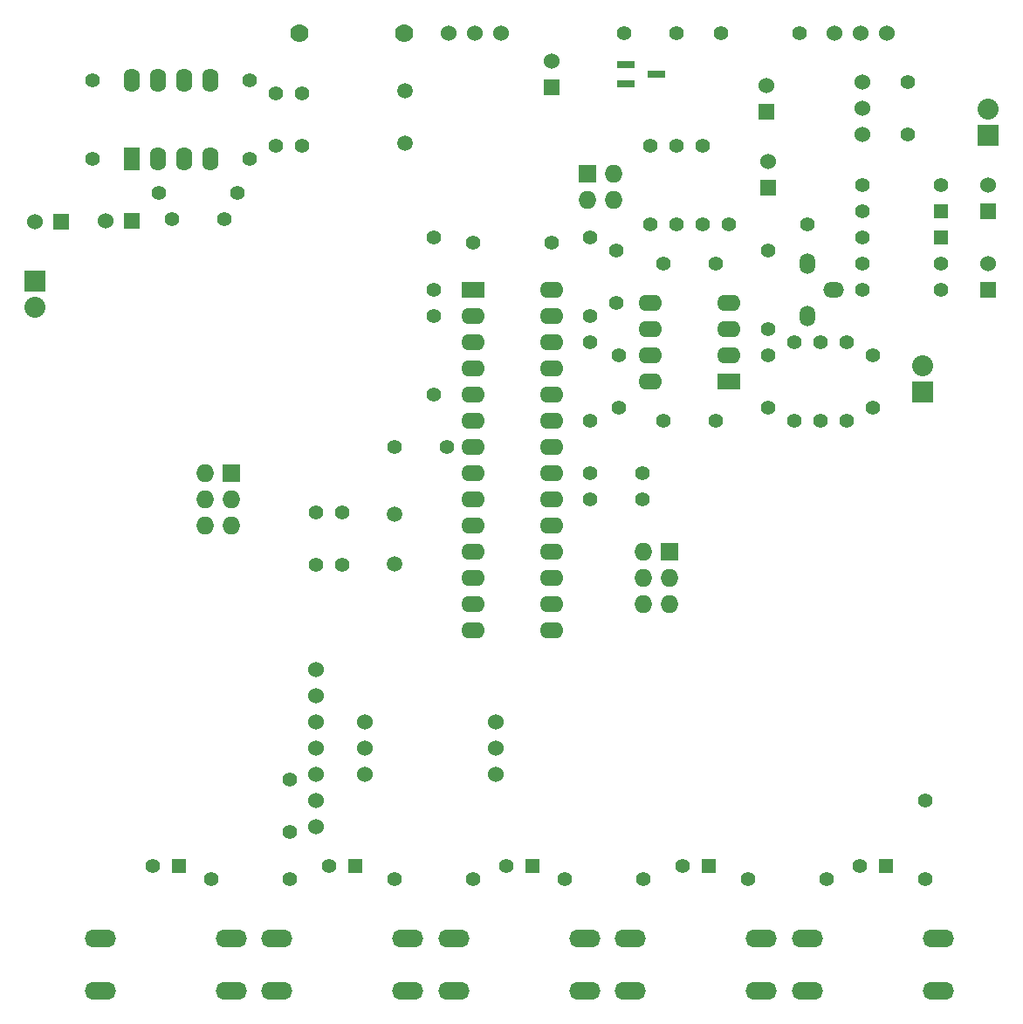
<source format=gts>
%FSLAX34Y34*%
G04 Gerber Fmt 3.4, Leading zero omitted, Abs format*
G04 (created by PCBNEW (2014-03-19 BZR 4756)-product) date Sat 27 Dec 2014 10:23:05 GMT*
%MOIN*%
G01*
G70*
G90*
G04 APERTURE LIST*
%ADD10C,0.005906*%
%ADD11R,0.070900X0.031500*%
%ADD12C,0.060000*%
%ADD13O,0.078700X0.059100*%
%ADD14O,0.059100X0.078700*%
%ADD15R,0.060000X0.060000*%
%ADD16R,0.055000X0.055000*%
%ADD17C,0.055000*%
%ADD18O,0.090000X0.062000*%
%ADD19R,0.090000X0.062000*%
%ADD20C,0.070000*%
%ADD21R,0.062000X0.090000*%
%ADD22O,0.062000X0.090000*%
%ADD23C,0.059100*%
%ADD24R,0.080000X0.080000*%
%ADD25O,0.080000X0.080000*%
%ADD26R,0.068000X0.068000*%
%ADD27O,0.068000X0.068000*%
%ADD28O,0.120000X0.068000*%
G04 APERTURE END LIST*
G54D10*
G54D11*
X63309Y-19875D03*
X63309Y-20624D03*
X64491Y-20250D03*
G54D12*
X51500Y-49000D03*
X51500Y-48000D03*
X51500Y-47000D03*
X51500Y-46000D03*
X51500Y-45000D03*
X51500Y-44000D03*
X51500Y-43000D03*
X72350Y-21550D03*
X72350Y-20550D03*
X72350Y-22550D03*
X72300Y-18700D03*
X73300Y-18700D03*
X71300Y-18700D03*
X57550Y-18700D03*
X56550Y-18700D03*
X58550Y-18700D03*
G54D13*
X71250Y-28500D03*
G54D14*
X70250Y-27500D03*
X70250Y-29500D03*
G54D15*
X68750Y-24600D03*
G54D12*
X68750Y-23600D03*
G54D15*
X77150Y-25500D03*
G54D12*
X77150Y-24500D03*
G54D15*
X44450Y-25850D03*
G54D12*
X43450Y-25850D03*
G54D15*
X77150Y-28500D03*
G54D12*
X77150Y-27500D03*
G54D15*
X41750Y-25900D03*
G54D12*
X40750Y-25900D03*
G54D15*
X60500Y-20750D03*
G54D12*
X60500Y-19750D03*
G54D15*
X68700Y-21700D03*
G54D12*
X68700Y-20700D03*
G54D16*
X75350Y-26500D03*
G54D17*
X72350Y-26500D03*
G54D16*
X75350Y-25500D03*
G54D17*
X72350Y-25500D03*
G54D16*
X46250Y-50500D03*
G54D17*
X45250Y-50500D03*
G54D16*
X73250Y-50500D03*
G54D17*
X72250Y-50500D03*
G54D16*
X66500Y-50500D03*
G54D17*
X65500Y-50500D03*
G54D18*
X57500Y-29500D03*
X57500Y-30500D03*
X57500Y-31500D03*
X57500Y-32500D03*
X57500Y-33500D03*
X57500Y-34500D03*
X57500Y-35500D03*
X57500Y-36500D03*
X57500Y-37500D03*
X57500Y-38500D03*
X57500Y-39500D03*
X57500Y-40500D03*
X57500Y-41500D03*
G54D19*
X57500Y-28500D03*
G54D18*
X60500Y-41500D03*
X60500Y-40500D03*
X60500Y-39500D03*
X60500Y-38500D03*
X60500Y-37500D03*
X60500Y-36500D03*
X60500Y-35500D03*
X60500Y-34500D03*
X60500Y-33500D03*
X60500Y-32500D03*
X60500Y-31500D03*
X60500Y-30500D03*
X60500Y-29500D03*
X60500Y-28500D03*
G54D20*
X54850Y-18700D03*
X50850Y-18700D03*
G54D21*
X44450Y-23500D03*
G54D22*
X45450Y-23500D03*
X46450Y-23500D03*
X47450Y-23500D03*
X47450Y-20500D03*
X46450Y-20500D03*
X45450Y-20500D03*
X44450Y-20500D03*
G54D19*
X67250Y-32000D03*
G54D18*
X67250Y-31000D03*
X67250Y-30000D03*
X67250Y-29000D03*
X64250Y-29000D03*
X64250Y-30000D03*
X64250Y-31000D03*
X64250Y-32000D03*
G54D23*
X54500Y-37039D03*
X54500Y-38961D03*
G54D16*
X53000Y-50500D03*
G54D17*
X52000Y-50500D03*
G54D24*
X74650Y-32400D03*
G54D25*
X74650Y-31400D03*
G54D24*
X40750Y-28150D03*
G54D25*
X40750Y-29150D03*
G54D24*
X77150Y-22600D03*
G54D25*
X77150Y-21600D03*
G54D26*
X65000Y-38500D03*
G54D27*
X64000Y-38500D03*
X65000Y-39500D03*
X64000Y-39500D03*
X65000Y-40500D03*
X64000Y-40500D03*
G54D17*
X56000Y-28500D03*
X56000Y-26500D03*
X50950Y-23000D03*
X50950Y-21000D03*
X46000Y-25800D03*
X48000Y-25800D03*
G54D23*
X54900Y-22900D03*
X54900Y-20900D03*
G54D17*
X49950Y-23000D03*
X49950Y-21000D03*
X66750Y-33500D03*
X64750Y-33500D03*
X68750Y-33000D03*
X68750Y-31000D03*
X64750Y-27500D03*
X66750Y-27500D03*
X63050Y-31000D03*
X63050Y-33000D03*
X62950Y-27000D03*
X62950Y-29000D03*
X65250Y-18700D03*
X63250Y-18700D03*
X74100Y-20550D03*
X74100Y-22550D03*
X56500Y-34500D03*
X54500Y-34500D03*
X61950Y-36500D03*
X63950Y-36500D03*
X61950Y-35500D03*
X63950Y-35500D03*
X52500Y-37000D03*
X51500Y-37000D03*
X52500Y-39000D03*
X51500Y-39000D03*
G54D16*
X59750Y-50500D03*
G54D17*
X58750Y-50500D03*
G54D12*
X53350Y-46000D03*
X58350Y-46000D03*
X53350Y-45000D03*
X58350Y-45000D03*
X53350Y-47000D03*
X58350Y-47000D03*
G54D17*
X72750Y-33000D03*
X72750Y-31000D03*
X61000Y-51000D03*
X64000Y-51000D03*
X68000Y-51000D03*
X71000Y-51000D03*
X74750Y-51000D03*
X74750Y-48000D03*
X54500Y-51000D03*
X57500Y-51000D03*
X57500Y-26700D03*
X60500Y-26700D03*
X69950Y-18700D03*
X66950Y-18700D03*
X61950Y-30500D03*
X61950Y-33500D03*
X61950Y-29500D03*
X61950Y-26500D03*
X64250Y-26000D03*
X64250Y-23000D03*
X65250Y-26000D03*
X65250Y-23000D03*
X70750Y-33500D03*
X70750Y-30500D03*
X69750Y-33500D03*
X69750Y-30500D03*
X48950Y-20500D03*
X48950Y-23500D03*
X71750Y-30500D03*
X71750Y-33500D03*
X42950Y-20500D03*
X42950Y-23500D03*
X75350Y-27500D03*
X72350Y-27500D03*
X47500Y-51000D03*
X50500Y-51000D03*
X72350Y-28500D03*
X75350Y-28500D03*
X68750Y-30000D03*
X68750Y-27000D03*
X45500Y-24800D03*
X48500Y-24800D03*
X72350Y-24500D03*
X75350Y-24500D03*
X67250Y-26000D03*
X70250Y-26000D03*
X56000Y-29500D03*
X56000Y-32500D03*
X66250Y-26000D03*
X66250Y-23000D03*
G54D28*
X55000Y-53250D03*
X55000Y-55250D03*
X50000Y-53250D03*
X50000Y-55250D03*
X75250Y-53250D03*
X75250Y-55250D03*
X70250Y-53250D03*
X70250Y-55250D03*
X68500Y-53250D03*
X68500Y-55250D03*
X63500Y-53250D03*
X63500Y-55250D03*
X48250Y-53250D03*
X48250Y-55250D03*
X43250Y-53250D03*
X43250Y-55250D03*
X61750Y-53250D03*
X61750Y-55250D03*
X56750Y-53250D03*
X56750Y-55250D03*
G54D26*
X48250Y-35500D03*
G54D27*
X47250Y-35500D03*
X48250Y-36500D03*
X47250Y-36500D03*
X48250Y-37500D03*
X47250Y-37500D03*
G54D26*
X61850Y-24050D03*
G54D27*
X61850Y-25050D03*
X62850Y-24050D03*
X62850Y-25050D03*
G54D17*
X50500Y-49200D03*
X50500Y-47200D03*
M02*

</source>
